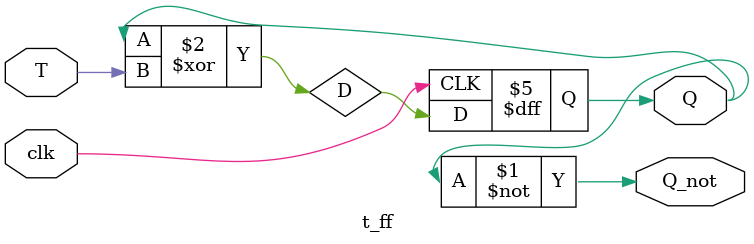
<source format=v>
module t_ff(
    input  clk,   // clock (btnC)
    input  T,     // toggle input
    output reg Q, // main output
    output      Q_not // complement
);
    wire D;

    // Initial state
    initial begin
        Q = 1'b0;
    end

    // Complement
    assign Q_not = ~Q;

    // D = Q xor T
    assign D = Q ^ T;

    // Edge-sensitive storage
    always @(posedge clk) begin
        Q <= D;
    end
endmodule
</source>
